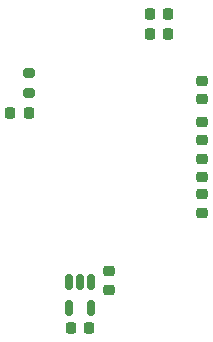
<source format=gbp>
G04 #@! TF.GenerationSoftware,KiCad,Pcbnew,7.0.7*
G04 #@! TF.CreationDate,2024-01-25T12:17:36+08:00*
G04 #@! TF.ProjectId,sensor,73656e73-6f72-42e6-9b69-6361645f7063,rev?*
G04 #@! TF.SameCoordinates,Original*
G04 #@! TF.FileFunction,Paste,Bot*
G04 #@! TF.FilePolarity,Positive*
%FSLAX46Y46*%
G04 Gerber Fmt 4.6, Leading zero omitted, Abs format (unit mm)*
G04 Created by KiCad (PCBNEW 7.0.7) date 2024-01-25 12:17:36*
%MOMM*%
%LPD*%
G01*
G04 APERTURE LIST*
G04 Aperture macros list*
%AMRoundRect*
0 Rectangle with rounded corners*
0 $1 Rounding radius*
0 $2 $3 $4 $5 $6 $7 $8 $9 X,Y pos of 4 corners*
0 Add a 4 corners polygon primitive as box body*
4,1,4,$2,$3,$4,$5,$6,$7,$8,$9,$2,$3,0*
0 Add four circle primitives for the rounded corners*
1,1,$1+$1,$2,$3*
1,1,$1+$1,$4,$5*
1,1,$1+$1,$6,$7*
1,1,$1+$1,$8,$9*
0 Add four rect primitives between the rounded corners*
20,1,$1+$1,$2,$3,$4,$5,0*
20,1,$1+$1,$4,$5,$6,$7,0*
20,1,$1+$1,$6,$7,$8,$9,0*
20,1,$1+$1,$8,$9,$2,$3,0*%
G04 Aperture macros list end*
%ADD10RoundRect,0.150000X-0.150000X0.512500X-0.150000X-0.512500X0.150000X-0.512500X0.150000X0.512500X0*%
%ADD11RoundRect,0.225000X-0.250000X0.225000X-0.250000X-0.225000X0.250000X-0.225000X0.250000X0.225000X0*%
%ADD12RoundRect,0.225000X0.250000X-0.225000X0.250000X0.225000X-0.250000X0.225000X-0.250000X-0.225000X0*%
%ADD13RoundRect,0.225000X0.225000X0.250000X-0.225000X0.250000X-0.225000X-0.250000X0.225000X-0.250000X0*%
%ADD14RoundRect,0.200000X-0.275000X0.200000X-0.275000X-0.200000X0.275000X-0.200000X0.275000X0.200000X0*%
%ADD15RoundRect,0.225000X-0.225000X-0.250000X0.225000X-0.250000X0.225000X0.250000X-0.225000X0.250000X0*%
G04 APERTURE END LIST*
D10*
X77724000Y-119800000D03*
X78674000Y-119800000D03*
X79624000Y-119800000D03*
X79624000Y-122075000D03*
X77724000Y-122075000D03*
D11*
X89004000Y-112415000D03*
X89004000Y-113965000D03*
D12*
X88994000Y-110940000D03*
X88994000Y-109390000D03*
D13*
X74325000Y-105500000D03*
X72775000Y-105500000D03*
D11*
X88984000Y-102805000D03*
X88984000Y-104355000D03*
D13*
X86119000Y-98840000D03*
X84569000Y-98840000D03*
D12*
X81144000Y-120467500D03*
X81144000Y-118917500D03*
X88974000Y-107795000D03*
X88974000Y-106245000D03*
D13*
X86119000Y-97136000D03*
X84569000Y-97136000D03*
D14*
X74360000Y-102145000D03*
X74360000Y-103795000D03*
D15*
X77919000Y-123747500D03*
X79469000Y-123747500D03*
M02*

</source>
